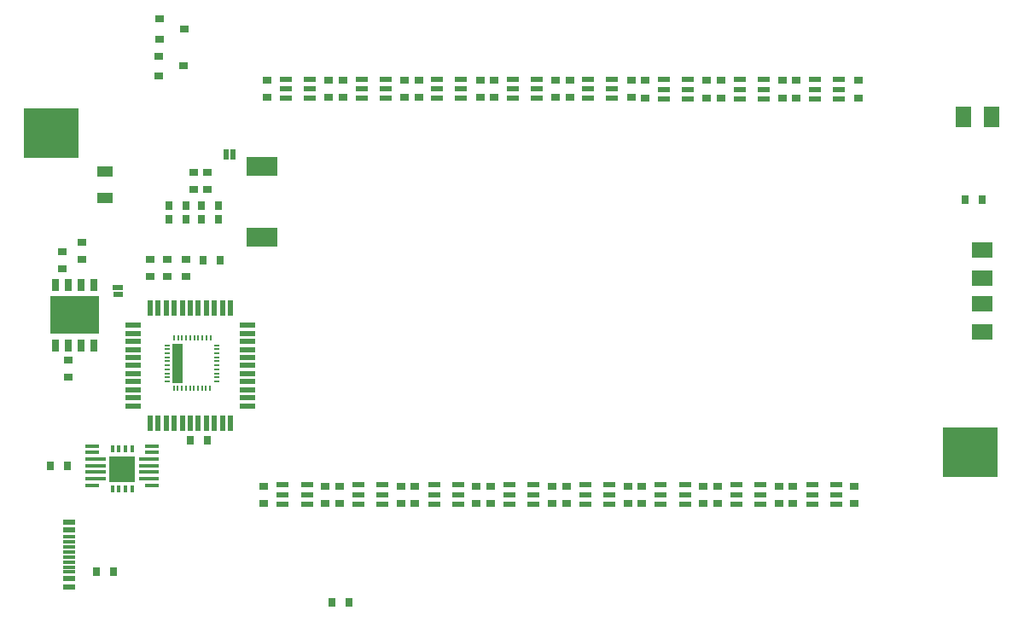
<source format=gbr>
%FSLAX34Y34*%
%MOMM*%
%LNSMDMASK_TOP*%
G71*
G01*
%ADD10R,1.200X0.600*%
%ADD11R,0.900X0.700*%
%ADD12R,0.760X1.200*%
%ADD13R,2.650X2.650*%
%ADD14R,0.600X0.230*%
%ADD15R,0.230X0.600*%
%ADD16R,1.600X1.000*%
%ADD17R,0.700X0.900*%
%ADD18R,0.500X1.000*%
%ADD19R,1.000X0.500*%
%ADD20R,1.200X0.300*%
%ADD21R,5.400X4.900*%
%ADD22R,2.000X1.600*%
%ADD23R,0.550X1.500*%
%ADD24R,1.500X0.550*%
%ADD25R,0.900X0.800*%
%ADD26R,1.100X3.900*%
%ADD27R,1.600X2.000*%
%ADD28R,3.020X1.980*%
%ADD29R,0.800X0.350*%
%ADD30R,0.350X0.800*%
%ADD31R,1.450X0.450*%
%LPD*%
X823259Y-529194D02*
G54D10*
D03*
X799447Y-529194D02*
G54D10*
D03*
X823260Y-538720D02*
G54D10*
D03*
X799447Y-538719D02*
G54D10*
D03*
X823259Y-548244D02*
G54D10*
D03*
X799447Y-548244D02*
G54D10*
D03*
X780577Y-547428D02*
G54D11*
D03*
X780580Y-530430D02*
G54D11*
D03*
X841577Y-547428D02*
G54D11*
D03*
X841580Y-530430D02*
G54D11*
D03*
X748259Y-529194D02*
G54D10*
D03*
X724447Y-529194D02*
G54D10*
D03*
X748260Y-538720D02*
G54D10*
D03*
X724447Y-538719D02*
G54D10*
D03*
X748259Y-548244D02*
G54D10*
D03*
X724447Y-548244D02*
G54D10*
D03*
X705577Y-547428D02*
G54D11*
D03*
X705580Y-530430D02*
G54D11*
D03*
X766577Y-547428D02*
G54D11*
D03*
X766580Y-530430D02*
G54D11*
D03*
X673259Y-529194D02*
G54D10*
D03*
X649447Y-529194D02*
G54D10*
D03*
X673260Y-538720D02*
G54D10*
D03*
X649447Y-538719D02*
G54D10*
D03*
X673259Y-548244D02*
G54D10*
D03*
X649447Y-548244D02*
G54D10*
D03*
X630577Y-547428D02*
G54D11*
D03*
X630580Y-530430D02*
G54D11*
D03*
X691577Y-547428D02*
G54D11*
D03*
X691580Y-530430D02*
G54D11*
D03*
X598259Y-529194D02*
G54D10*
D03*
X574447Y-529194D02*
G54D10*
D03*
X598260Y-538720D02*
G54D10*
D03*
X574447Y-538719D02*
G54D10*
D03*
X598259Y-548244D02*
G54D10*
D03*
X574447Y-548244D02*
G54D10*
D03*
X555577Y-547428D02*
G54D11*
D03*
X555580Y-530430D02*
G54D11*
D03*
X616577Y-547428D02*
G54D11*
D03*
X616580Y-530430D02*
G54D11*
D03*
X523259Y-529194D02*
G54D10*
D03*
X499447Y-529194D02*
G54D10*
D03*
X523260Y-538720D02*
G54D10*
D03*
X499447Y-538719D02*
G54D10*
D03*
X523259Y-548244D02*
G54D10*
D03*
X499447Y-548244D02*
G54D10*
D03*
X480577Y-547428D02*
G54D11*
D03*
X480580Y-530430D02*
G54D11*
D03*
X541577Y-547428D02*
G54D11*
D03*
X541580Y-530430D02*
G54D11*
D03*
X448259Y-529194D02*
G54D10*
D03*
X424447Y-529194D02*
G54D10*
D03*
X448260Y-538720D02*
G54D10*
D03*
X424447Y-538719D02*
G54D10*
D03*
X448259Y-548244D02*
G54D10*
D03*
X424447Y-548244D02*
G54D10*
D03*
X405577Y-547428D02*
G54D11*
D03*
X405580Y-530430D02*
G54D11*
D03*
X466577Y-547428D02*
G54D11*
D03*
X466580Y-530430D02*
G54D11*
D03*
X373259Y-529194D02*
G54D10*
D03*
X349447Y-529194D02*
G54D10*
D03*
X373260Y-538720D02*
G54D10*
D03*
X349447Y-538719D02*
G54D10*
D03*
X373259Y-548244D02*
G54D10*
D03*
X349447Y-548244D02*
G54D10*
D03*
X330577Y-547428D02*
G54D11*
D03*
X330580Y-530430D02*
G54D11*
D03*
X391577Y-547428D02*
G54D11*
D03*
X391580Y-530430D02*
G54D11*
D03*
X298259Y-529194D02*
G54D10*
D03*
X274447Y-529194D02*
G54D10*
D03*
X298260Y-538717D02*
G54D10*
D03*
X274447Y-538719D02*
G54D10*
D03*
X298259Y-548244D02*
G54D10*
D03*
X274447Y-548244D02*
G54D10*
D03*
X255577Y-547428D02*
G54D11*
D03*
X255580Y-530430D02*
G54D11*
D03*
X316577Y-547428D02*
G54D11*
D03*
X316580Y-530430D02*
G54D11*
D03*
X802435Y-146190D02*
G54D10*
D03*
X826248Y-146190D02*
G54D10*
D03*
X802440Y-136660D02*
G54D10*
D03*
X826248Y-136665D02*
G54D10*
D03*
X802435Y-127140D02*
G54D10*
D03*
X826248Y-127140D02*
G54D10*
D03*
X845117Y-127956D02*
G54D11*
D03*
X845120Y-144960D02*
G54D11*
D03*
X784117Y-127956D02*
G54D11*
D03*
X784120Y-144960D02*
G54D11*
D03*
X727435Y-146190D02*
G54D10*
D03*
X751248Y-146190D02*
G54D10*
D03*
X727440Y-136660D02*
G54D10*
D03*
X751248Y-136665D02*
G54D10*
D03*
X727435Y-127140D02*
G54D10*
D03*
X751248Y-127140D02*
G54D10*
D03*
X770117Y-127956D02*
G54D11*
D03*
X770120Y-144960D02*
G54D11*
D03*
X709117Y-127956D02*
G54D11*
D03*
X709120Y-144960D02*
G54D11*
D03*
X652435Y-146190D02*
G54D10*
D03*
X676248Y-146190D02*
G54D10*
D03*
X652440Y-136660D02*
G54D10*
D03*
X676248Y-136665D02*
G54D10*
D03*
X652435Y-127140D02*
G54D10*
D03*
X676248Y-127140D02*
G54D10*
D03*
X695117Y-127956D02*
G54D11*
D03*
X695120Y-144960D02*
G54D11*
D03*
X634117Y-127956D02*
G54D11*
D03*
X634120Y-144960D02*
G54D11*
D03*
X577435Y-145490D02*
G54D10*
D03*
X601248Y-145490D02*
G54D10*
D03*
X577440Y-135960D02*
G54D10*
D03*
X601248Y-135965D02*
G54D10*
D03*
X577435Y-126440D02*
G54D10*
D03*
X601248Y-126440D02*
G54D10*
D03*
X620117Y-127756D02*
G54D11*
D03*
X620120Y-144760D02*
G54D11*
D03*
X559117Y-127256D02*
G54D11*
D03*
X559120Y-144260D02*
G54D11*
D03*
X502435Y-145590D02*
G54D10*
D03*
X526248Y-145590D02*
G54D10*
D03*
X502440Y-136060D02*
G54D10*
D03*
X526248Y-136065D02*
G54D10*
D03*
X502435Y-126540D02*
G54D10*
D03*
X526248Y-126540D02*
G54D10*
D03*
X545117Y-127356D02*
G54D11*
D03*
X545120Y-144360D02*
G54D11*
D03*
X484117Y-127356D02*
G54D11*
D03*
X484120Y-144360D02*
G54D11*
D03*
X427435Y-145590D02*
G54D10*
D03*
X451248Y-145590D02*
G54D10*
D03*
X427440Y-136060D02*
G54D10*
D03*
X451248Y-136065D02*
G54D10*
D03*
X427435Y-126540D02*
G54D10*
D03*
X451248Y-126540D02*
G54D10*
D03*
X470117Y-127356D02*
G54D11*
D03*
X470120Y-144360D02*
G54D11*
D03*
X409117Y-127356D02*
G54D11*
D03*
X409120Y-144360D02*
G54D11*
D03*
X352435Y-145490D02*
G54D10*
D03*
X376248Y-145490D02*
G54D10*
D03*
X352440Y-135960D02*
G54D10*
D03*
X376248Y-135965D02*
G54D10*
D03*
X352435Y-126440D02*
G54D10*
D03*
X376248Y-126440D02*
G54D10*
D03*
X395117Y-127256D02*
G54D11*
D03*
X395120Y-144260D02*
G54D11*
D03*
X334117Y-127256D02*
G54D11*
D03*
X334120Y-144260D02*
G54D11*
D03*
X277135Y-145490D02*
G54D10*
D03*
X300948Y-145490D02*
G54D10*
D03*
X277140Y-135960D02*
G54D10*
D03*
X300948Y-135965D02*
G54D10*
D03*
X277135Y-126440D02*
G54D10*
D03*
X300948Y-126440D02*
G54D10*
D03*
X319817Y-127256D02*
G54D11*
D03*
X319820Y-144260D02*
G54D11*
D03*
X258817Y-127256D02*
G54D11*
D03*
X258820Y-144260D02*
G54D11*
D03*
X48713Y-330637D02*
G54D12*
D03*
X61413Y-330637D02*
G54D12*
D03*
X74113Y-330637D02*
G54D12*
D03*
X86713Y-330637D02*
G54D12*
D03*
X48510Y-390640D02*
G54D12*
D03*
X61213Y-390637D02*
G54D12*
D03*
X73910Y-390640D02*
G54D12*
D03*
X86513Y-390637D02*
G54D12*
D03*
G36*
X43821Y-342191D02*
X91721Y-342190D01*
X91721Y-378990D01*
X43821Y-378991D01*
X43821Y-342191D01*
G37*
X114915Y-513297D02*
G54D13*
D03*
X61500Y-405000D02*
G54D11*
D03*
X61500Y-422004D02*
G54D11*
D03*
X74875Y-305267D02*
G54D11*
D03*
X74875Y-288267D02*
G54D11*
D03*
X55303Y-314395D02*
G54D11*
D03*
X55303Y-297395D02*
G54D11*
D03*
X159508Y-390507D02*
G54D14*
D03*
X159508Y-394507D02*
G54D14*
D03*
X159509Y-398507D02*
G54D14*
D03*
X159508Y-402507D02*
G54D14*
D03*
X159508Y-406507D02*
G54D14*
D03*
X159508Y-410507D02*
G54D14*
D03*
X159508Y-414507D02*
G54D14*
D03*
X159508Y-418507D02*
G54D14*
D03*
X159508Y-422507D02*
G54D14*
D03*
X159508Y-426507D02*
G54D14*
D03*
X209208Y-390507D02*
G54D14*
D03*
X209208Y-394507D02*
G54D14*
D03*
X209209Y-398507D02*
G54D14*
D03*
X209208Y-402507D02*
G54D14*
D03*
X209208Y-406507D02*
G54D14*
D03*
X209208Y-410507D02*
G54D14*
D03*
X209208Y-414507D02*
G54D14*
D03*
X209208Y-418507D02*
G54D14*
D03*
X209208Y-422507D02*
G54D14*
D03*
X209208Y-426507D02*
G54D14*
D03*
X202537Y-383562D02*
G54D15*
D03*
X198537Y-383562D02*
G54D15*
D03*
X194537Y-383562D02*
G54D15*
D03*
X190537Y-383562D02*
G54D15*
D03*
X186537Y-383562D02*
G54D15*
D03*
X182540Y-383557D02*
G54D15*
D03*
X178537Y-383562D02*
G54D15*
D03*
X174537Y-383562D02*
G54D15*
D03*
X170537Y-383562D02*
G54D15*
D03*
X166537Y-383562D02*
G54D15*
D03*
X202200Y-432994D02*
G54D15*
D03*
X198200Y-432994D02*
G54D15*
D03*
X194200Y-432994D02*
G54D15*
D03*
X190200Y-432997D02*
G54D15*
D03*
X186200Y-432994D02*
G54D15*
D03*
X182200Y-432994D02*
G54D15*
D03*
X178200Y-432994D02*
G54D15*
D03*
X174200Y-432994D02*
G54D15*
D03*
X170200Y-432994D02*
G54D15*
D03*
X166200Y-432994D02*
G54D15*
D03*
X185716Y-235856D02*
G54D11*
D03*
X185714Y-218853D02*
G54D11*
D03*
X199716Y-235856D02*
G54D11*
D03*
X199716Y-218856D02*
G54D11*
D03*
X97855Y-244257D02*
G54D16*
D03*
X97855Y-218057D02*
G54D16*
D03*
X143081Y-322253D02*
G54D11*
D03*
X143080Y-305250D02*
G54D11*
D03*
X160081Y-322253D02*
G54D11*
D03*
X160080Y-305250D02*
G54D11*
D03*
X178081Y-322253D02*
G54D11*
D03*
X178080Y-305250D02*
G54D11*
D03*
X195122Y-306212D02*
G54D17*
D03*
X212130Y-306207D02*
G54D17*
D03*
X218000Y-201000D02*
G54D18*
D03*
X111000Y-333000D02*
G54D19*
D03*
G36*
X106005Y-337502D02*
X116005Y-337502D01*
X116005Y-342502D01*
X106005Y-342502D01*
X106005Y-337502D01*
G37*
X225000Y-201000D02*
G54D18*
D03*
X62040Y-566130D02*
G54D10*
D03*
X62040Y-630130D02*
G54D10*
D03*
X62039Y-574134D02*
G54D10*
D03*
X62039Y-622134D02*
G54D10*
D03*
X62039Y-580634D02*
G54D20*
D03*
X62039Y-615634D02*
G54D20*
D03*
X62018Y-585649D02*
G54D20*
D03*
X61990Y-610664D02*
G54D20*
D03*
X61990Y-590703D02*
G54D20*
D03*
X62023Y-605641D02*
G54D20*
D03*
X61988Y-595694D02*
G54D20*
D03*
X62023Y-600716D02*
G54D20*
D03*
X956501Y-496380D02*
G54D21*
D03*
X45000Y-180000D02*
G54D21*
D03*
X193580Y-251757D02*
G54D17*
D03*
X210580Y-251750D02*
G54D17*
D03*
X193580Y-265757D02*
G54D17*
D03*
X210580Y-265750D02*
G54D17*
D03*
X161582Y-251753D02*
G54D17*
D03*
X178580Y-251757D02*
G54D17*
D03*
X161582Y-265753D02*
G54D17*
D03*
X178580Y-265757D02*
G54D17*
D03*
X968000Y-296000D02*
G54D22*
D03*
X968000Y-324003D02*
G54D22*
D03*
X968000Y-377500D02*
G54D22*
D03*
X967998Y-349494D02*
G54D22*
D03*
X142568Y-467760D02*
G54D23*
D03*
X142568Y-353760D02*
G54D23*
D03*
X150568Y-467760D02*
G54D23*
D03*
X150568Y-353760D02*
G54D23*
D03*
X158568Y-467760D02*
G54D23*
D03*
X158568Y-353760D02*
G54D23*
D03*
X166568Y-467760D02*
G54D23*
D03*
X166568Y-353760D02*
G54D23*
D03*
X174568Y-467760D02*
G54D23*
D03*
X174568Y-353760D02*
G54D23*
D03*
X182568Y-467760D02*
G54D23*
D03*
X182570Y-353757D02*
G54D23*
D03*
X190570Y-467757D02*
G54D23*
D03*
X190568Y-353760D02*
G54D23*
D03*
X198568Y-467760D02*
G54D23*
D03*
X198568Y-353760D02*
G54D23*
D03*
X206568Y-467760D02*
G54D23*
D03*
X206568Y-353760D02*
G54D23*
D03*
X214568Y-467760D02*
G54D23*
D03*
X214568Y-353760D02*
G54D23*
D03*
X222568Y-467760D02*
G54D23*
D03*
X222568Y-353760D02*
G54D23*
D03*
X125568Y-450760D02*
G54D24*
D03*
X239568Y-450760D02*
G54D24*
D03*
X125568Y-442760D02*
G54D24*
D03*
X239568Y-442760D02*
G54D24*
D03*
X125568Y-434760D02*
G54D24*
D03*
X239568Y-434760D02*
G54D24*
D03*
X125568Y-426760D02*
G54D24*
D03*
X239568Y-426760D02*
G54D24*
D03*
X125568Y-418760D02*
G54D24*
D03*
X239568Y-418760D02*
G54D24*
D03*
X125568Y-410760D02*
G54D24*
D03*
X239568Y-410760D02*
G54D24*
D03*
X125568Y-402760D02*
G54D24*
D03*
X239568Y-402760D02*
G54D24*
D03*
X125568Y-394760D02*
G54D24*
D03*
X239568Y-394760D02*
G54D24*
D03*
X125568Y-386760D02*
G54D24*
D03*
X239568Y-386760D02*
G54D24*
D03*
X125568Y-378760D02*
G54D24*
D03*
X239568Y-378760D02*
G54D24*
D03*
X125568Y-370760D02*
G54D24*
D03*
X239568Y-370760D02*
G54D24*
D03*
X182750Y-485250D02*
G54D17*
D03*
X199755Y-485249D02*
G54D17*
D03*
X152003Y-66675D02*
G54D25*
D03*
X152008Y-86677D02*
G54D25*
D03*
X176608Y-76677D02*
G54D25*
D03*
X151610Y-103587D02*
G54D25*
D03*
X151611Y-123586D02*
G54D25*
D03*
X176211Y-113586D02*
G54D25*
D03*
X323000Y-646000D02*
G54D17*
D03*
X339998Y-646003D02*
G54D17*
D03*
X170200Y-408450D02*
G54D26*
D03*
X978000Y-164000D02*
G54D27*
D03*
X949997Y-164000D02*
G54D27*
D03*
X254000Y-213000D02*
G54D28*
D03*
X254004Y-283105D02*
G54D28*
D03*
X89500Y-615500D02*
G54D17*
D03*
X106498Y-615503D02*
G54D17*
D03*
X968000Y-246000D02*
G54D17*
D03*
X951002Y-245997D02*
G54D17*
D03*
X61000Y-510000D02*
G54D17*
D03*
X43995Y-510001D02*
G54D17*
D03*
X135000Y-523000D02*
G54D29*
D03*
X95000Y-523000D02*
G54D29*
D03*
X135000Y-516500D02*
G54D29*
D03*
X95000Y-516500D02*
G54D29*
D03*
X135000Y-510000D02*
G54D29*
D03*
X95000Y-510000D02*
G54D29*
D03*
X135000Y-503500D02*
G54D29*
D03*
X95000Y-503500D02*
G54D29*
D03*
X124750Y-533250D02*
G54D30*
D03*
X124750Y-493250D02*
G54D30*
D03*
X118250Y-533250D02*
G54D30*
D03*
X118250Y-493250D02*
G54D30*
D03*
X111750Y-533250D02*
G54D30*
D03*
X111750Y-493250D02*
G54D30*
D03*
X105250Y-533250D02*
G54D30*
D03*
X105250Y-493250D02*
G54D30*
D03*
X144500Y-529500D02*
G54D31*
D03*
X85500Y-529500D02*
G54D31*
D03*
X144500Y-523000D02*
G54D31*
D03*
X85500Y-523000D02*
G54D31*
D03*
X144500Y-516500D02*
G54D31*
D03*
X85500Y-516500D02*
G54D31*
D03*
X144500Y-510000D02*
G54D31*
D03*
X85500Y-510000D02*
G54D31*
D03*
X144500Y-503500D02*
G54D31*
D03*
X85500Y-503500D02*
G54D31*
D03*
X144500Y-497000D02*
G54D31*
D03*
X85500Y-497000D02*
G54D31*
D03*
X144500Y-490500D02*
G54D31*
D03*
X85500Y-490500D02*
G54D31*
D03*
M02*

</source>
